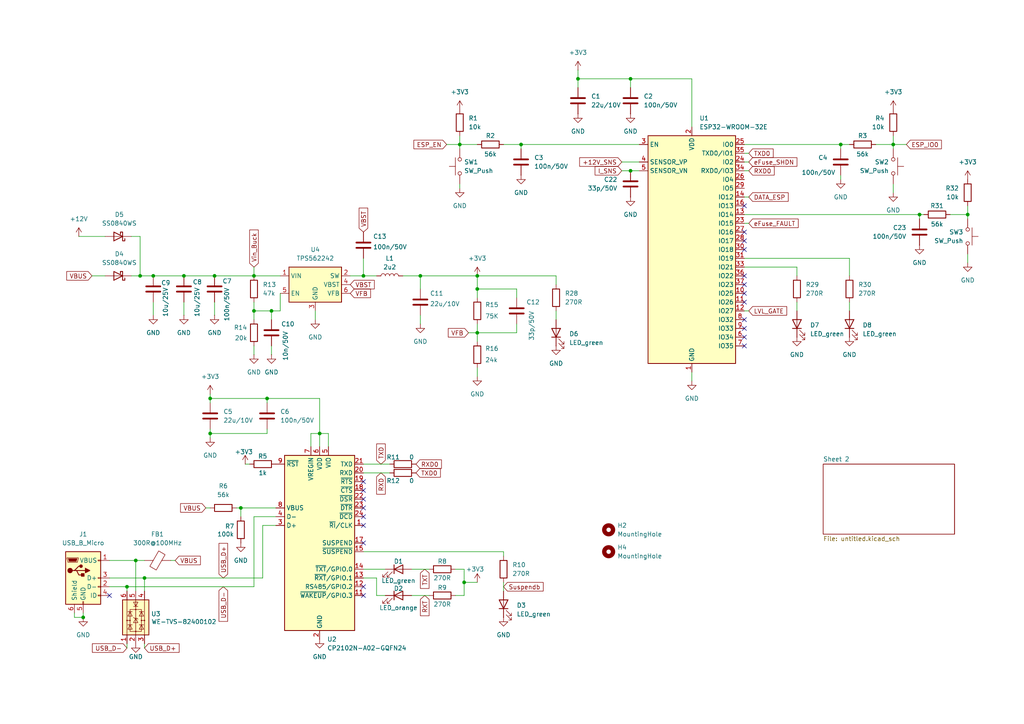
<source format=kicad_sch>
(kicad_sch (version 20231120) (generator "eeschema") (generator_version "8.0")
  (paper "A4")
  (lib_symbols
    (symbol "Connector:USB_B_Micro" (pin_names (offset 1.016))
      (property "Reference" "J" (at -5.08 11.43 0))
      (property "Value" "USB_B_Micro" (at -5.08 8.89 0))
      (symbol "USB_B_Micro_1_1"
        (pin power_out line (at 7.62 5.08 180) (length 2.54) (name "VBUS") (number "1"))
        (pin bidirectional line (at 7.62 -2.54 180) (length 2.54) (name "D-") (number "2"))
        (pin bidirectional line (at 7.62 0 180) (length 2.54) (name "D+") (number "3"))
        (pin passive line (at 7.62 -5.08 180) (length 2.54) (name "ID") (number "4"))
        (pin power_out line (at 0 -10.16 90) (length 2.54) (name "GND") (number "5"))
        (pin passive line (at -2.54 -10.16 90) (length 2.54) (name "Shield") (number "6"))
      )
    )
    (symbol "Device:C" (pin_numbers hide) (pin_names (offset 0.254))
      (property "Reference" "C" (at 0.635 2.54 0))
      (property "Value" "C" (at 0.635 -2.54 0))
      (symbol "C_1_1"
        (pin passive line (at 0 3.81 270) (length 2.794) (name "~") (number "1"))
        (pin passive line (at 0 -3.81 90) (length 2.794) (name "~") (number "2"))
      )
    )
    (symbol "Device:D_Schottky" (pin_numbers hide) (pin_names (offset 1.016) hide)
      (property "Reference" "D" (at 0 2.54 0))
      (property "Value" "D_Schottky" (at 0 -2.54 0))
      (symbol "D_Schottky_1_1"
        (pin passive line (at -3.81 0 0) (length 2.54) (name "K") (number "1"))
        (pin passive line (at 3.81 0 180) (length 2.54) (name "A") (number "2"))
      )
    )
    (symbol "Device:FerriteBead" (pin_numbers hide) (pin_names (offset 0))
      (property "Reference" "FB" (at -3.81 0.635 90))
      (property "Value" "FerriteBead" (at 3.81 0 90))
      (symbol "FerriteBead_1_1"
        (pin passive line (at 0 3.81 270) (length 2.54) (name "~") (number "1"))
        (pin passive line (at 0 -3.81 90) (length 2.54) (name "~") (number "2"))
      )
    )
    (symbol "Device:L" (pin_numbers hide) (pin_names (offset 1.016) hide)
      (property "Reference" "L" (at -1.27 0 90))
      (property "Value" "L" (at 1.905 0 90))
      (symbol "L_1_1"
        (pin passive line (at 0 3.81 270) (length 1.27) (name "1") (number "1"))
        (pin passive line (at 0 -3.81 90) (length 1.27) (name "2") (number "2"))
      )
    )
    (symbol "Device:LED" (pin_numbers hide) (pin_names (offset 1.016) hide)
      (property "Reference" "D" (at 0 2.54 0))
      (property "Value" "LED" (at 0 -2.54 0))
      (symbol "LED_1_1"
        (pin passive line (at -3.81 0 0) (length 2.54) (name "K") (number "1"))
        (pin passive line (at 3.81 0 180) (length 2.54) (name "A") (number "2"))
      )
    )
    (symbol "Device:R" (pin_numbers hide) (pin_names (offset 0))
      (property "Reference" "R" (at 2.032 0 90))
      (property "Value" "R" (at 0 0 90))
      (symbol "R_1_1"
        (pin passive line (at 0 3.81 270) (length 1.27) (name "~") (number "1"))
        (pin passive line (at 0 -3.81 90) (length 1.27) (name "~") (number "2"))
      )
    )
    (symbol "Interface_USB:CP2102N-Axx-xQFN24"
      (property "Reference" "U" (at -8.89 26.67 0))
      (property "Value" "CP2102N-Axx-xQFN24" (at 13.97 26.67 0))
      (symbol "CP2102N-Axx-xQFN24_1_1"
        (pin bidirectional line (at 12.7 5.08 180) (length 2.54) (name "~{RI}/CLK") (number "1"))
        (pin no_connect line (at -10.16 -22.86 0) (length 2.54) hide (name "NC") (number "10"))
        (pin bidirectional line (at 12.7 -15.24 180) (length 2.54) (name "~{WAKEUP}/GPIO.3") (number "11"))
        (pin bidirectional line (at 12.7 -12.7 180) (length 2.54) (name "RS485/GPIO.2") (number "12"))
        (pin bidirectional line (at 12.7 -10.16 180) (length 2.54) (name "~{RXT}/GPIO.1") (number "13"))
        (pin bidirectional line (at 12.7 -7.62 180) (length 2.54) (name "~{TXT}/GPIO.0") (number "14"))
        (pin output line (at 12.7 -2.54 180) (length 2.54) (name "~{SUSPEND}") (number "15"))
        (pin no_connect line (at 10.16 -22.86 180) (length 2.54) hide (name "NC") (number "16"))
        (pin output line (at 12.7 0 180) (length 2.54) (name "SUSPEND") (number "17"))
        (pin input line (at 12.7 15.24 180) (length 2.54) (name "~{CTS}") (number "18"))
        (pin output line (at 12.7 17.78 180) (length 2.54) (name "~{RTS}") (number "19"))
        (pin power_in line (at 0 -27.94 90) (length 2.54) (name "GND") (number "2"))
        (pin input line (at 12.7 20.32 180) (length 2.54) (name "RXD") (number "20"))
        (pin output line (at 12.7 22.86 180) (length 2.54) (name "TXD") (number "21"))
        (pin input line (at 12.7 12.7 180) (length 2.54) (name "~{DSR}") (number "22"))
        (pin output line (at 12.7 10.16 180) (length 2.54) (name "~{DTR}") (number "23"))
        (pin input line (at 12.7 7.62 180) (length 2.54) (name "~{DCD}") (number "24"))
        (pin passive line (at 0 -27.94 90) (length 2.54) hide (name "GND") (number "25"))
        (pin bidirectional line (at -12.7 5.08 0) (length 2.54) (name "D+") (number "3"))
        (pin bidirectional line (at -12.7 7.62 0) (length 2.54) (name "D-") (number "4"))
        (pin power_in line (at 2.54 27.94 270) (length 2.54) (name "VIO") (number "5"))
        (pin power_in line (at 0 27.94 270) (length 2.54) (name "VDD") (number "6"))
        (pin power_in line (at -2.54 27.94 270) (length 2.54) (name "VREGIN") (number "7"))
        (pin input line (at -12.7 10.16 0) (length 2.54) (name "VBUS") (number "8"))
        (pin input line (at -12.7 22.86 0) (length 2.54) (name "~{RST}") (number "9"))
      )
    )
    (symbol "Mechanical:MountingHole" (pin_names (offset 1.016)) (exclude_from_sim yes) (in_bom no)
      (property "Reference" "H" (at 0 5.08 0))
      (property "Value" "MountingHole" (at 0 3.175 0))
    )
    (symbol "Power_Protection:WE-TVS-82400102"
      (property "Reference" "U" (at 0 7.62 0))
      (property "Value" "WE-TVS-82400102" (at 0 5.08 0))
      (symbol "WE-TVS-82400102_1_1"
        (pin passive line (at -7.62 2.54 0) (length 2.54) (name "~") (number "1"))
        (pin passive line (at -7.62 0 0) (length 2.54) (name "~") (number "2"))
        (pin passive line (at -7.62 -2.54 0) (length 2.54) (name "~") (number "3"))
        (pin passive line (at 7.62 -2.54 180) (length 2.54) (name "~") (number "4"))
        (pin passive line (at 7.62 0 180) (length 2.54) (name "~") (number "5"))
        (pin passive line (at 7.62 2.54 180) (length 2.54) (name "~") (number "6"))
      )
    )
    (symbol "RF_Module:ESP32-WROOM-32E"
      (property "Reference" "U" (at -12.7 34.29 0))
      (property "Value" "ESP32-WROOM-32E" (at 1.27 34.29 0))
      (symbol "ESP32-WROOM-32E_1_1"
        (pin power_in line (at 0 -35.56 90) (length 2.54) (name "GND") (number "1"))
        (pin bidirectional line (at 15.24 -12.7 180) (length 2.54) (name "IO25") (number "10"))
        (pin bidirectional line (at 15.24 -15.24 180) (length 2.54) (name "IO26") (number "11"))
        (pin bidirectional line (at 15.24 -17.78 180) (length 2.54) (name "IO27") (number "12"))
        (pin bidirectional line (at 15.24 10.16 180) (length 2.54) (name "IO14") (number "13"))
        (pin bidirectional line (at 15.24 15.24 180) (length 2.54) (name "IO12") (number "14"))
        (pin passive line (at 0 -35.56 90) (length 2.54) hide (name "GND") (number "15"))
        (pin bidirectional line (at 15.24 12.7 180) (length 2.54) (name "IO13") (number "16"))
        (pin no_connect line (at -12.7 -5.08 0) (length 2.54) hide (name "NC") (number "17"))
        (pin no_connect line (at -12.7 -7.62 0) (length 2.54) hide (name "NC") (number "18"))
        (pin no_connect line (at -12.7 -12.7 0) (length 2.54) hide (name "NC") (number "19"))
        (pin power_in line (at 0 35.56 270) (length 2.54) (name "VDD") (number "2"))
        (pin no_connect line (at -12.7 -10.16 0) (length 2.54) hide (name "NC") (number "20"))
        (pin no_connect line (at -12.7 0 0) (length 2.54) hide (name "NC") (number "21"))
        (pin no_connect line (at -12.7 -2.54 0) (length 2.54) hide (name "NC") (number "22"))
        (pin bidirectional line (at 15.24 7.62 180) (length 2.54) (name "IO15") (number "23"))
        (pin bidirectional line (at 15.24 25.4 180) (length 2.54) (name "IO2") (number "24"))
        (pin bidirectional line (at 15.24 30.48 180) (length 2.54) (name "IO0") (number "25"))
        (pin bidirectional line (at 15.24 20.32 180) (length 2.54) (name "IO4") (number "26"))
        (pin bidirectional line (at 15.24 5.08 180) (length 2.54) (name "IO16") (number "27"))
        (pin bidirectional line (at 15.24 2.54 180) (length 2.54) (name "IO17") (number "28"))
        (pin bidirectional line (at 15.24 17.78 180) (length 2.54) (name "IO5") (number "29"))
        (pin input line (at -15.24 30.48 0) (length 2.54) (name "EN") (number "3"))
        (pin bidirectional line (at 15.24 0 180) (length 2.54) (name "IO18") (number "30"))
        (pin bidirectional line (at 15.24 -2.54 180) (length 2.54) (name "IO19") (number "31"))
        (pin no_connect line (at -12.7 -27.94 0) (length 2.54) hide (name "NC") (number "32"))
        (pin bidirectional line (at 15.24 -5.08 180) (length 2.54) (name "IO21") (number "33"))
        (pin bidirectional line (at 15.24 22.86 180) (length 2.54) (name "RXD0/IO3") (number "34"))
        (pin bidirectional line (at 15.24 27.94 180) (length 2.54) (name "TXD0/IO1") (number "35"))
        (pin bidirectional line (at 15.24 -7.62 180) (length 2.54) (name "IO22") (number "36"))
        (pin bidirectional line (at 15.24 -10.16 180) (length 2.54) (name "IO23") (number "37"))
        (pin passive line (at 0 -35.56 90) (length 2.54) hide (name "GND") (number "38"))
        (pin passive line (at 0 -35.56 90) (length 2.54) hide (name "GND") (number "39"))
        (pin input line (at -15.24 25.4 0) (length 2.54) (name "SENSOR_VP") (number "4"))
        (pin input line (at -15.24 22.86 0) (length 2.54) (name "SENSOR_VN") (number "5"))
        (pin input line (at 15.24 -25.4 180) (length 2.54) (name "IO34") (number "6"))
        (pin input line (at 15.24 -27.94 180) (length 2.54) (name "IO35") (number "7"))
        (pin bidirectional line (at 15.24 -20.32 180) (length 2.54) (name "IO32") (number "8"))
        (pin bidirectional line (at 15.24 -22.86 180) (length 2.54) (name "IO33") (number "9"))
      )
    )
    (symbol "Regulator_Switching:TPS562202"
      (property "Reference" "U" (at -7.62 6.35 0))
      (property "Value" "TPS562202" (at -2.54 6.35 0))
      (symbol "TPS562202_1_1"
        (pin power_in line (at -10.16 2.54 0) (length 2.54) (name "VIN") (number "1"))
        (pin output line (at 10.16 2.54 180) (length 2.54) (name "SW") (number "2"))
        (pin power_in line (at 0 -7.62 90) (length 2.54) (name "GND") (number "3"))
        (pin passive line (at 10.16 0 180) (length 2.54) (name "VBST") (number "4"))
        (pin input line (at -10.16 -2.54 0) (length 2.54) (name "EN") (number "5"))
        (pin input line (at 10.16 -2.54 180) (length 2.54) (name "VFB") (number "6"))
      )
    )
    (symbol "Switch:SW_Push" (pin_numbers hide) (pin_names (offset 1.016) hide)
      (property "Reference" "SW" (at 1.27 2.54 0))
      (property "Value" "SW_Push" (at 0 -1.524 0))
      (symbol "SW_Push_0_1"
        (pin passive line (at -5.08 0 0) (length 2.54) (name "1") (number "1"))
        (pin passive line (at 5.08 0 180) (length 2.54) (name "2") (number "2"))
      )
    )
    (symbol "power:+3.3V" (power) (pin_numbers hide) (pin_names (offset 0) hide)
      (property "Value" "+3.3V" (at 0 3.556 0))
      (symbol "+3.3V_1_1"
        (pin power_in line (at 0 0 90) (length 0) (name "~") (number "1"))
      )
    )
    (symbol "power:+3V3" (power) (pin_numbers hide) (pin_names (offset 0) hide)
      (property "Value" "+3V3" (at 0 3.556 0))
      (symbol "+3V3_1_1"
        (pin power_in line (at 0 0 90) (length 0) (name "~") (number "1"))
      )
    )
    (symbol "power:GND" (power) (pin_numbers hide) (pin_names (offset 0) hide)
      (property "Value" "GND" (at 0 -3.81 0))
      (symbol "GND_1_1"
        (pin power_in line (at 0 0 270) (length 0) (name "~") (number "1"))
      )
    )
  )
  (junction (at 138.43 96.52))
  (junction (at 243.84 41.91))
  (junction (at 138.43 80.01))
  (junction (at 134.62 168.91))
  (junction (at 62.23 80.01))
  (junction (at 41.91 167.64))
  (junction (at 40.64 80.01))
  (junction (at 280.67 62.23))
  (junction (at 53.34 80.01))
  (junction (at 121.92 80.01))
  (junction (at 36.83 170.18))
  (junction (at 77.47 115.57))
  (junction (at 60.96 125.73))
  (junction (at 92.71 125.73))
  (junction (at 266.7 62.23))
  (junction (at 44.45 80.01))
  (junction (at 24.13 179.07))
  (junction (at 105.41 80.01))
  (junction (at 167.64 22.86))
  (junction (at 60.96 115.57))
  (junction (at 138.43 83.82))
  (junction (at 78.74 90.17))
  (junction (at 182.88 49.53))
  (junction (at 73.66 80.01))
  (junction (at 133.35 41.91))
  (junction (at 182.88 22.86))
  (junction (at 69.85 147.32))
  (junction (at 73.66 90.17))
  (junction (at 259.08 41.91))
  (junction (at 151.13 41.91))
  (junction (at 39.37 162.56))
  (no_connect (at 215.9 92.71))
  (no_connect (at 105.41 139.7))
  (no_connect (at 215.9 80.01))
  (no_connect (at 105.41 172.72))
  (no_connect (at -40.64 170.18))
  (no_connect (at 215.9 67.31))
  (no_connect (at 215.9 59.69))
  (no_connect (at 215.9 85.09))
  (no_connect (at 105.41 152.4))
  (no_connect (at 215.9 72.39))
  (no_connect (at 215.9 100.33))
  (no_connect (at 215.9 69.85))
  (no_connect (at 105.41 149.86))
  (no_connect (at 105.41 157.48))
  (no_connect (at 105.41 144.78))
  (no_connect (at 215.9 97.79))
  (no_connect (at 31.75 172.72))
  (no_connect (at 215.9 95.25))
  (no_connect (at 215.9 82.55))
  (no_connect (at 105.41 142.24))
  (no_connect (at 105.41 147.32))
  (no_connect (at 215.9 87.63))
  (no_connect (at 105.41 170.18))
  (wire (pts (xy 105.41 137.16) (xy 113.03 137.16)))
  (wire (pts (xy 92.71 115.57) (xy 92.71 125.73)))
  (wire (pts (xy 105.41 134.62) (xy 113.03 134.62)))
  (wire (pts (xy 92.71 125.73) (xy 92.71 129.54)))
  (wire (pts (xy 21.59 177.8) (xy 21.59 179.07)))
  (wire (pts (xy 60.96 114.3) (xy 60.96 115.57)))
  (wire (pts (xy 60.96 115.57) (xy 60.96 116.84)))
  (wire (pts (xy 59.69 147.32) (xy 60.96 147.32)))
  (wire (pts (xy 215.9 57.15) (xy 217.17 57.15)))
  (wire (pts (xy 259.08 39.37) (xy 259.08 41.91)))
  (wire (pts (xy 105.41 74.93) (xy 105.41 80.01)))
  (wire (pts (xy 40.64 80.01) (xy 44.45 80.01)))
  (wire (pts (xy 259.08 41.91) (xy 254 41.91)))
  (wire (pts (xy 124.46 172.72) (xy 119.38 172.72)))
  (wire (pts (xy 280.67 73.66) (xy 280.67 76.2)))
  (wire (pts (xy 73.66 149.86) (xy 80.01 149.86)))
  (wire (pts (xy 24.13 177.8) (xy 24.13 179.07)))
  (wire (pts (xy 161.29 92.71) (xy 161.29 90.17)))
  (wire (pts (xy 133.35 53.34) (xy 133.35 54.61)))
  (wire (pts (xy 259.08 53.34) (xy 259.08 55.88)))
  (wire (pts (xy 138.43 96.52) (xy 138.43 99.06)))
  (wire (pts (xy 36.83 187.96) (xy 36.83 186.69)))
  (wire (pts (xy 217.17 64.77) (xy 215.9 64.77)))
  (wire (pts (xy 76.2 167.64) (xy 76.2 152.4)))
  (wire (pts (xy 78.74 90.17) (xy 73.66 90.17)))
  (wire (pts (xy 53.34 87.63) (xy 53.34 91.44)))
  (wire (pts (xy 39.37 162.56) (xy 39.37 171.45)))
  (wire (pts (xy 267.97 62.23) (xy 266.7 62.23)))
  (wire (pts (xy 36.83 170.18) (xy 31.75 170.18)))
  (wire (pts (xy 134.62 168.91) (xy 138.43 168.91)))
  (wire (pts (xy 280.67 62.23) (xy 275.59 62.23)))
  (wire (pts (xy 38.1 80.01) (xy 40.64 80.01)))
  (wire (pts (xy 182.88 22.86) (xy 182.88 25.4)))
  (wire (pts (xy 73.66 87.63) (xy 73.66 90.17)))
  (wire (pts (xy 180.34 46.99) (xy 185.42 46.99)))
  (wire (pts (xy 31.75 162.56) (xy 39.37 162.56)))
  (wire (pts (xy 73.66 80.01) (xy 81.28 80.01)))
  (wire (pts (xy 200.66 22.86) (xy 200.66 36.83)))
  (wire (pts (xy 121.92 91.44) (xy 121.92 93.98)))
  (wire (pts (xy 129.54 41.91) (xy 133.35 41.91)))
  (wire (pts (xy 246.38 74.93) (xy 246.38 80.01)))
  (wire (pts (xy 138.43 106.68) (xy 138.43 109.22)))
  (wire (pts (xy 167.64 22.86) (xy 182.88 22.86)))
  (wire (pts (xy 280.67 62.23) (xy 280.67 63.5)))
  (wire (pts (xy 132.08 165.1) (xy 134.62 165.1)))
  (wire (pts (xy 60.96 115.57) (xy 77.47 115.57)))
  (wire (pts (xy 133.35 39.37) (xy 133.35 41.91)))
  (wire (pts (xy 182.88 49.53) (xy 185.42 49.53)))
  (wire (pts (xy 39.37 162.56) (xy 41.91 162.56)))
  (wire (pts (xy 151.13 41.91) (xy 151.13 43.18)))
  (wire (pts (xy 217.17 90.17) (xy 215.9 90.17)))
  (wire (pts (xy 60.96 125.73) (xy 60.96 127)))
  (wire (pts (xy 138.43 80.01) (xy 138.43 83.82)))
  (wire (pts (xy 31.75 167.64) (xy 41.91 167.64)))
  (wire (pts (xy 146.05 171.45) (xy 146.05 168.91)))
  (wire (pts (xy 215.9 77.47) (xy 231.14 77.47)))
  (wire (pts (xy 40.64 68.58) (xy 40.64 80.01)))
  (wire (pts (xy 68.58 147.32) (xy 69.85 147.32)))
  (wire (pts (xy 62.23 80.01) (xy 73.66 80.01)))
  (wire (pts (xy 69.85 147.32) (xy 69.85 149.86)))
  (wire (pts (xy 151.13 41.91) (xy 185.42 41.91)))
  (wire (pts (xy 69.85 147.32) (xy 80.01 147.32)))
  (wire (pts (xy 73.66 77.47) (xy 73.66 80.01)))
  (wire (pts (xy 62.23 87.63) (xy 62.23 91.44)))
  (wire (pts (xy 149.86 93.98) (xy 149.86 96.52)))
  (wire (pts (xy 124.46 165.1) (xy 119.38 165.1)))
  (wire (pts (xy 262.89 41.91) (xy 259.08 41.91)))
  (wire (pts (xy 215.9 62.23) (xy 266.7 62.23)))
  (wire (pts (xy 77.47 115.57) (xy 77.47 116.84)))
  (wire (pts (xy 215.9 46.99) (xy 217.17 46.99)))
  (wire (pts (xy 78.74 90.17) (xy 78.74 92.71)))
  (wire (pts (xy 121.92 80.01) (xy 121.92 83.82)))
  (wire (pts (xy 21.59 179.07) (xy 24.13 179.07)))
  (wire (pts (xy 36.83 170.18) (xy 73.66 170.18)))
  (wire (pts (xy 44.45 87.63) (xy 44.45 91.44)))
  (wire (pts (xy 78.74 100.33) (xy 78.74 102.87)))
  (wire (pts (xy 105.41 80.01) (xy 109.22 80.01)))
  (wire (pts (xy 146.05 41.91) (xy 151.13 41.91)))
  (wire (pts (xy 182.88 22.86) (xy 200.66 22.86)))
  (wire (pts (xy 134.62 168.91) (xy 134.62 165.1)))
  (wire (pts (xy 138.43 83.82) (xy 138.43 86.36)))
  (wire (pts (xy 246.38 90.17) (xy 246.38 87.63)))
  (wire (pts (xy 53.34 80.01) (xy 62.23 80.01)))
  (wire (pts (xy 91.44 90.17) (xy 91.44 92.71)))
  (wire (pts (xy 231.14 77.47) (xy 231.14 80.01)))
  (wire (pts (xy 73.66 100.33) (xy 73.66 102.87)))
  (wire (pts (xy 246.38 41.91) (xy 243.84 41.91)))
  (wire (pts (xy 146.05 161.29) (xy 146.05 160.02)))
  (wire (pts (xy 167.64 22.86) (xy 167.64 25.4)))
  (wire (pts (xy 95.25 129.54) (xy 95.25 125.73)))
  (wire (pts (xy 81.28 90.17) (xy 78.74 90.17)))
  (wire (pts (xy 135.89 96.52) (xy 138.43 96.52)))
  (wire (pts (xy 161.29 80.01) (xy 161.29 82.55)))
  (wire (pts (xy 41.91 187.96) (xy 41.91 186.69)))
  (wire (pts (xy 243.84 41.91) (xy 243.84 43.18)))
  (wire (pts (xy 77.47 124.46) (xy 77.47 125.73)))
  (wire (pts (xy 133.35 41.91) (xy 138.43 41.91)))
  (wire (pts (xy 138.43 93.98) (xy 138.43 96.52)))
  (wire (pts (xy 231.14 90.17) (xy 231.14 87.63)))
  (wire (pts (xy 22.86 68.58) (xy 30.48 68.58)))
  (wire (pts (xy 121.92 80.01) (xy 138.43 80.01)))
  (wire (pts (xy 38.1 68.58) (xy 40.64 68.58)))
  (wire (pts (xy 243.84 50.8) (xy 243.84 52.07)))
  (wire (pts (xy 180.34 49.53) (xy 182.88 49.53)))
  (wire (pts (xy 133.35 41.91) (xy 133.35 43.18)))
  (wire (pts (xy 49.53 162.56) (xy 50.8 162.56)))
  (wire (pts (xy 90.17 125.73) (xy 92.71 125.73)))
  (wire (pts (xy 105.41 167.64) (xy 109.22 167.64)))
  (wire (pts (xy 149.86 86.36) (xy 149.86 83.82)))
  (wire (pts (xy 36.83 170.18) (xy 36.83 171.45)))
  (wire (pts (xy 215.9 44.45) (xy 217.17 44.45)))
  (wire (pts (xy 134.62 172.72) (xy 134.62 168.91)))
  (wire (pts (xy 215.9 74.93) (xy 246.38 74.93)))
  (wire (pts (xy 81.28 85.09) (xy 81.28 90.17)))
  (wire (pts (xy 132.08 172.72) (xy 134.62 172.72)))
  (wire (pts (xy 215.9 41.91) (xy 243.84 41.91)))
  (wire (pts (xy 71.12 134.62) (xy 72.39 134.62)))
  (wire (pts (xy 149.86 83.82) (xy 138.43 83.82)))
  (wire (pts (xy 44.45 80.01) (xy 53.34 80.01)))
  (wire (pts (xy 109.22 167.64) (xy 109.22 172.72)))
  (wire (pts (xy 41.91 167.64) (xy 41.91 171.45)))
  (wire (pts (xy 259.08 41.91) (xy 259.08 43.18)))
  (wire (pts (xy 280.67 59.69) (xy 280.67 62.23)))
  (wire (pts (xy 138.43 80.01) (xy 161.29 80.01)))
  (wire (pts (xy 77.47 115.57) (xy 92.71 115.57)))
  (wire (pts (xy 73.66 170.18) (xy 73.66 149.86)))
  (wire (pts (xy 167.64 22.86) (xy 167.64 20.32)))
  (wire (pts (xy 116.84 80.01) (xy 121.92 80.01)))
  (wire (pts (xy 266.7 62.23) (xy 266.7 63.5)))
  (wire (pts (xy 73.66 90.17) (xy 73.66 92.71)))
  (wire (pts (xy 41.91 167.64) (xy 76.2 167.64)))
  (wire (pts (xy 101.6 80.01) (xy 105.41 80.01)))
  (wire (pts (xy 149.86 96.52) (xy 138.43 96.52)))
  (wire (pts (xy 109.22 172.72) (xy 111.76 172.72)))
  (wire (pts (xy 90.17 129.54) (xy 90.17 125.73)))
  (wire (pts (xy 105.41 165.1) (xy 111.76 165.1)))
  (wire (pts (xy 26.67 80.01) (xy 30.48 80.01)))
  (wire (pts (xy 60.96 124.46) (xy 60.96 125.73)))
  (wire (pts (xy 200.66 107.95) (xy 200.66 110.49)))
  (wire (pts (xy 215.9 49.53) (xy 217.17 49.53)))
  (wire (pts (xy 77.47 125.73) (xy 60.96 125.73)))
  (wire (pts (xy 105.41 160.02) (xy 146.05 160.02)))
  (wire (pts (xy 95.25 125.73) (xy 92.71 125.73)))
  (wire (pts (xy 76.2 152.4) (xy 80.01 152.4)))
  (global_label "eFuse_FAULT" (shape input) (at 217.17 64.77 0) (property "Intersheetrefs" "${INTERSHEET_REFS}" (effects (hide yes))))
  (global_label "RXD" (shape input) (at 110.49 137.16 270) (property "Intersheetrefs" "${INTERSHEET_REFS}" (effects (hide yes))))
  (global_label "+12V_SNS" (shape input) (at 180.34 46.99 180) (property "Intersheetrefs" "${INTERSHEET_REFS}" (effects (hide yes))))
  (global_label "Suspendb" (shape input) (at 146.05 170.18 0) (property "Intersheetrefs" "${INTERSHEET_REFS}" (effects (hide yes))))
  (global_label "ESP_IO0" (shape input) (at 262.89 41.91 0) (property "Intersheetrefs" "${INTERSHEET_REFS}" (effects (hide yes))))
  (global_label "ESP_EN" (shape input) (at 129.54 41.91 180) (property "Intersheetrefs" "${INTERSHEET_REFS}" (effects (hide yes))))
  (global_label "TXD" (shape input) (at 110.49 134.62 90) (property "Intersheetrefs" "${INTERSHEET_REFS}" (effects (hide yes))))
  (global_label "TXD0" (shape input) (at 120.65 137.16 0) (property "Intersheetrefs" "${INTERSHEET_REFS}" (effects (hide yes))))
  (global_label "TXT" (shape input) (at 123.19 165.1 270) (property "Intersheetrefs" "${INTERSHEET_REFS}" (effects (hide yes))))
  (global_label "RXT" (shape input) (at 123.19 172.72 270) (property "Intersheetrefs" "${INTERSHEET_REFS}" (effects (hide yes))))
  (global_label "VBUS" (shape input) (at 50.8 162.56 0) (property "Intersheetrefs" "${INTERSHEET_REFS}" (effects (hide yes))))
  (global_label "DATA_ESP" (shape input) (at 217.17 57.15 0) (property "Intersheetrefs" "${INTERSHEET_REFS}" (effects (hide yes))))
  (global_label "TXD0" (shape input) (at 217.17 44.45 0) (property "Intersheetrefs" "${INTERSHEET_REFS}" (effects (hide yes))))
  (global_label "VFB" (shape input) (at 135.89 96.52 180) (property "Intersheetrefs" "${INTERSHEET_REFS}" (effects (hide yes))))
  (global_label "eFuse_SHDN" (shape input) (at 217.17 46.99 0) (property "Intersheetrefs" "${INTERSHEET_REFS}" (effects (hide yes))))
  (global_label "USB_D-" (shape input) (at 64.77 170.18 270) (property "Intersheetrefs" "${INTERSHEET_REFS}" (effects (hide yes))))
  (global_label "I_SNS" (shape input) (at 180.34 49.53 180) (property "Intersheetrefs" "${INTERSHEET_REFS}" (effects (hide yes))))
  (global_label "LVL_GATE" (shape input) (at 217.17 90.17 0) (property "Intersheetrefs" "${INTERSHEET_REFS}" (effects (hide yes))))
  (global_label "VBST" (shape input) (at 105.41 67.31 90) (property "Intersheetrefs" "${INTERSHEET_REFS}" (effects (hide yes))))
  (global_label "VBUS" (shape input) (at 26.67 80.01 180) (property "Intersheetrefs" "${INTERSHEET_REFS}" (effects (hide yes))))
  (global_label "VBST" (shape input) (at 101.6 82.55 0) (property "Intersheetrefs" "${INTERSHEET_REFS}" (effects (hide yes))))
  (global_label "VFB" (shape input) (at 101.6 85.09 0) (property "Intersheetrefs" "${INTERSHEET_REFS}" (effects (hide yes))))
  (global_label "USB_D+" (shape input) (at 64.77 167.64 90) (property "Intersheetrefs" "${INTERSHEET_REFS}" (effects (hide yes))))
  (global_label "RXD0" (shape input) (at 217.17 49.53 0) (property "Intersheetrefs" "${INTERSHEET_REFS}" (effects (hide yes))))
  (global_label "RXD0" (shape input) (at 120.65 134.62 0) (property "Intersheetrefs" "${INTERSHEET_REFS}" (effects (hide yes))))
  (global_label "USB_D+" (shape input) (at 41.91 187.96 0) (property "Intersheetrefs" "${INTERSHEET_REFS}" (effects (hide yes))))
  (global_label "Vin_Buck" (shape input) (at 73.66 77.47 90) (property "Intersheetrefs" "${INTERSHEET_REFS}" (effects (hide yes))))
  (global_label "VBUS" (shape input) (at 59.69 147.32 180) (property "Intersheetrefs" "${INTERSHEET_REFS}" (effects (hide yes))))
  (global_label "USB_D-" (shape input) (at 36.83 187.96 180) (property "Intersheetrefs" "${INTERSHEET_REFS}" (effects (hide yes))))
  (symbol (lib_id "Device:R") (at 146.05 165.1 0) (unit 1)
    (property "Reference" "R10" (at 148.59 163.8299 0) (effects (justify left)))
    (property "Value" "270R" (at 148.59 166.3699 0) (effects (justify left)))
    (property "Footprint" "Resistor_SMD:R_0603_1608Metric" (effects (hide yes)))
    (property "Description" "Resistor" (effects (hide yes)))
    (property "ID" "s.nikoubin" (effects (hide yes)))
  )
  (symbol (lib_id "Device:C") (at 44.45 83.82 0) (unit 1)
    (property "Reference" "C9" (at 46.736 82.042 0) (effects (justify left)))
    (property "Value" "10u/25V" (at 48.006 91.948 90) (effects (justify left)))
    (property "Footprint" "Capacitor_SMD:C_1206_3216Metric" (effects (hide yes)))
    (property "Description" "Unpolarized capacitor" (effects (hide yes)))
    (property "ID" "s.nikoubin" (effects (hide yes)))
  )
  (symbol (lib_id "power:GND") (at 200.66 110.49 0) (unit 1)
    (property "Reference" "#PWR07" (effects (hide yes)))
    (property "Value" "GND" (at 200.66 115.57 0))
    (property "Description" "Power symbol creates a global label with name \"GND\" , ground" (effects (hide yes)))
  )
  (symbol (lib_id "RF_Module:ESP32-WROOM-32E") (at 200.66 72.39 0) (unit 1)
    (property "Reference" "U1" (at 202.8541 34.29 0) (effects (justify left)))
    (property "Value" "ESP32-WROOM-32E" (at 202.8541 36.83 0) (effects (justify left)))
    (property "Footprint" "RF_Module:ESP32-WROOM-32D" (effects (hide yes)))
    (property "Datasheet" "https://www.espressif.com/sites/default/files/documentation/esp32-wroom-32e_esp32-wroom-32ue_datasheet_en.pdf" (effects (hide yes)))
    (property "Description" "RF Module, ESP32-D0WD-V3 SoC, without PSRAM, Wi-Fi 802.11b/g/n, Bluetooth, BLE, 32-bit, 2.7-3.6V, onboard antenna, SMD" (effects (hide yes)))
    (property "ID" "s.nikoubin" (effects (hide yes)))
  )
  (symbol (lib_id "power:+3.3V") (at 259.08 31.75 0) (mirror y) (unit 1)
    (property "Reference" "#PWR09" (effects (hide yes)))
    (property "Value" "+3V3" (at 259.08 26.67 0))
    (property "Description" "Power symbol creates a global label with name \"+3.3V\"" (effects (hide yes)))
  )
  (symbol (lib_id "power:GND") (at 73.66 102.87 0) (unit 1)
    (property "Reference" "#PWR020" (effects (hide yes)))
    (property "Value" "GND" (at 73.66 107.95 0))
    (property "Description" "Power symbol creates a global label with name \"GND\" , ground" (effects (hide yes)))
  )
  (symbol (lib_id "Device:R") (at 246.38 83.82 0) (unit 1)
    (property "Reference" "R30" (at 248.92 82.5499 0) (effects (justify left)))
    (property "Value" "270R" (at 248.92 85.0899 0) (effects (justify left)))
    (property "Footprint" "Resistor_SMD:R_0603_1608Metric" (effects (hide yes)))
    (property "Description" "Resistor" (effects (hide yes)))
    (property "ID" "s.nikoubin" (effects (hide yes)))
  )
  (symbol (lib_id "power:GND") (at 133.35 54.61 0) (unit 1)
    (property "Reference" "#PWR05" (effects (hide yes)))
    (property "Value" "GND" (at 133.35 59.69 0))
    (property "Description" "Power symbol creates a global label with name \"GND\" , ground" (effects (hide yes)))
  )
  (symbol (lib_id "Device:R") (at 73.66 83.82 0) (unit 1)
    (property "Reference" "R13" (at 76.2 82.5499 0) (effects (justify left)))
    (property "Value" "47k" (at 76.2 85.0899 0) (effects (justify left)))
    (property "Footprint" "Resistor_SMD:R_0603_1608Metric" (effects (hide yes)))
    (property "Description" "Resistor" (effects (hide yes)))
    (property "ID" "s.nikoubin" (effects (hide yes)))
  )
  (symbol (lib_id "Device:R") (at 138.43 90.17 0) (unit 1)
    (property "Reference" "R15" (at 140.716 88.392 0) (effects (justify left)))
    (property "Value" "75K" (at 140.716 91.694 0) (effects (justify left)))
    (property "Footprint" "Resistor_SMD:R_0603_1608Metric" (effects (hide yes)))
    (property "Description" "Resistor" (effects (hide yes)))
    (property "ID" "s.nikoubin" (effects (hide yes)))
  )
  (symbol (lib_id "Device:R") (at 259.08 35.56 0) (mirror y) (unit 1)
    (property "Reference" "R4" (at 256.54 34.2899 0) (effects (justify left)))
    (property "Value" "10k" (at 256.54 36.8299 0) (effects (justify left)))
    (property "Footprint" "Resistor_SMD:R_0603_1608Metric" (effects (hide yes)))
    (property "Description" "Resistor" (effects (hide yes)))
    (property "ID" "s.nikoubin" (effects (hide yes)))
  )
  (symbol (lib_id "Interface_USB:CP2102N-Axx-xQFN24") (at 92.71 157.48 0) (unit 1)
    (property "Reference" "U2" (at 94.9041 185.42 0) (effects (justify left)))
    (property "Value" "CP2102N-A02-GQFN24" (at 94.9041 187.96 0) (effects (justify left)))
    (property "Footprint" "Package_DFN_QFN:QFN-24-1EP_4x4mm_P0.5mm_EP2.6x2.6mm" (effects (hide yes)))
    (property "Datasheet" "https://www.silabs.com/documents/public/data-sheets/cp2102n-datasheet.pdf" (effects (hide yes)))
    (property "Description" "USB to UART master bridge, QFN-24" (effects (hide yes)))
    (property "ID" "s.nikoubin" (effects (hide yes)))
    (property "MPN" "634-CP2102NA02GQFN24" (effects (hide yes)))
  )
  (symbol (lib_id "power:GND") (at 91.44 92.71 0) (unit 1)
    (property "Reference" "#PWR045" (effects (hide yes)))
    (property "Value" "GND" (at 91.44 97.79 0))
    (property "Description" "Power symbol creates a global label with name \"GND\" , ground" (effects (hide yes)))
  )
  (symbol (lib_id "Device:R") (at 128.27 172.72 90) (unit 1)
    (property "Reference" "R9" (at 128.27 170.434 90))
    (property "Value" "270R" (at 128.27 175.26 90))
    (property "Footprint" "Resistor_SMD:R_0603_1608Metric" (effects (hide yes)))
    (property "Description" "Resistor" (effects (hide yes)))
    (property "ID" "s.nikoubin" (effects (hide yes)))
  )
  (symbol (lib_id "Device:R") (at 73.66 96.52 0) (unit 1)
    (property "Reference" "R14" (at 67.818 94.996 0) (effects (justify left)))
    (property "Value" "20k" (at 68.072 98.044 0) (effects (justify left)))
    (property "Footprint" "Resistor_SMD:R_0603_1608Metric" (effects (hide yes)))
    (property "Description" "Resistor" (effects (hide yes)))
    (property "ID" "s.nikoubin" (effects (hide yes)))
  )
  (symbol (lib_id "power:GND") (at 182.88 57.15 0) (unit 1)
    (property "Reference" "#PWR046" (effects (hide yes)))
    (property "Value" "GND" (at 182.88 62.23 0))
    (property "Description" "Power symbol creates a global label with name \"GND\" , ground" (effects (hide yes)))
  )
  (symbol (lib_id "Switch:SW_Push") (at 133.35 48.26 90) (unit 1)
    (property "Reference" "SW1" (at 134.62 46.9899 90) (effects (justify right)))
    (property "Value" "SW_Push" (at 134.62 49.5299 90) (effects (justify right)))
    (property "Footprint" "Button_Switch_SMD:SW_Push_1P1T_NO_CK_KMR2" (effects (hide yes)))
    (property "Description" "Push button switch, generic, two pins" (effects (hide yes)))
    (property "MPN" "611-KMR231NGLFS" (effects (hide yes)))
    (property "ID" "s.nikoubin" (effects (hide yes)))
  )
  (symbol (lib_id "power:+3V3") (at 138.43 80.01 0) (unit 1)
    (property "Reference" "#PWR028" (effects (hide yes)))
    (property "Value" "+3V3" (at 138.43 74.93 0))
    (property "Description" "Power symbol creates a global label with name \"+3V3\"" (effects (hide yes)))
  )
  (symbol (lib_id "power:+3.3V") (at 167.64 20.32 0) (unit 1)
    (property "Reference" "#PWR01" (effects (hide yes)))
    (property "Value" "+3V3" (at 167.64 15.24 0))
    (property "Description" "Power symbol creates a global label with name \"+3.3V\"" (effects (hide yes)))
  )
  (symbol (lib_id "power:+3V3") (at 60.96 114.3 0) (unit 1)
    (property "Reference" "#PWR011" (effects (hide yes)))
    (property "Value" "+3V3" (at 60.96 109.22 0))
    (property "Description" "Power symbol creates a global label with name \"+3V3\"" (effects (hide yes)))
  )
  (symbol (lib_id "power:GND") (at 182.88 33.02 0) (unit 1)
    (property "Reference" "#PWR03" (effects (hide yes)))
    (property "Value" "GND" (at 182.88 38.1 0))
    (property "Description" "Power symbol creates a global label with name \"GND\" , ground" (effects (hide yes)))
  )
  (symbol (lib_id "Device:LED") (at 146.05 175.26 90) (unit 1)
    (property "Reference" "D3" (at 149.86 175.5774 90) (effects (justify right)))
    (property "Value" "LED_green" (at 149.86 178.1174 90) (effects (justify right)))
    (property "Footprint" "LED_SMD:LED_0603_1608Metric" (effects (hide yes)))
    (property "Description" "Light emitting diode" (effects (hide yes)))
    (property "ID" "s.nikoubin" (effects (hide yes)))
    (property "MPN" "710-150060VS75000" (effects (hide yes)))
  )
  (symbol (lib_id "power:GND") (at 62.23 91.44 0) (unit 1)
    (property "Reference" "#PWR025" (effects (hide yes)))
    (property "Value" "GND" (at 62.23 96.52 0))
    (property "Description" "Power symbol creates a global label with name \"GND\" , ground" (effects (hide yes)))
  )
  (symbol (lib_id "power:GND") (at 259.08 55.88 0) (mirror y) (unit 1)
    (property "Reference" "#PWR010" (effects (hide yes)))
    (property "Value" "GND" (at 259.08 60.96 0))
    (property "Description" "Power symbol creates a global label with name \"GND\" , ground" (effects (hide yes)))
  )
  (symbol (lib_id "Device:LED") (at 115.57 165.1 0) (unit 1)
    (property "Reference" "D1" (at 115.57 162.814 0))
    (property "Value" "LED_green" (at 115.57 168.402 0))
    (property "Footprint" "LED_SMD:LED_0603_1608Metric" (effects (hide yes)))
    (property "Description" "Light emitting diode" (effects (hide yes)))
    (property "ID" "s.nikoubin" (effects (hide yes)))
    (property "MPN" "710-150060VS75000" (effects (hide yes)))
  )
  (symbol (lib_id "Regulator_Switching:TPS562202") (at 91.44 82.55 0) (unit 1)
    (property "Reference" "U4" (at 91.44 72.39 0))
    (property "Value" "TPS562242" (at 91.44 74.93 0))
    (property "Footprint" "Package_TO_SOT_SMD:SOT-563" (effects (hide yes)))
    (property "Datasheet" "https://www.ti.com/lit/gpn/tps562202" (effects (hide yes)))
    (property "Description" "2A Synchronous Step-Down Voltage Regulator 580kHz, adjustable output voltage, 4.5-17V Input Voltage, 0.804V-7V Output Voltage, SOT-563" (effects (hide yes)))
    (property "MPN" "595-TPS562242DRLR" (effects (hide yes)))
    (property "ID" "s.nikoubin" (effects (hide yes)))
  )
  (symbol (lib_id "Mechanical:MountingHole") (at 176.53 160.02 0) (unit 1) (exclude_from_sim yes)
    (property "Reference" "H4" (at 179.07 158.7499 0) (effects (justify left)))
    (property "Value" "MountingHole" (at 179.07 161.2899 0) (effects (justify left)))
    (property "Footprint" "MountingHole:MountingHole_3.2mm_M3" (effects (hide yes)))
    (property "Description" "Mounting Hole without connection" (effects (hide yes)))
    (property "ID" "s.nikoubin" (effects (hide yes)))
  )
  (symbol (lib_id "power:GND") (at 24.13 179.07 0) (unit 1)
    (property "Reference" "#PWR014" (effects (hide yes)))
    (property "Value" "GND" (at 24.13 184.15 0))
    (property "Description" "Power symbol creates a global label with name \"GND\" , ground" (effects (hide yes)))
  )
  (symbol (lib_id "power:GND") (at 60.96 127 0) (unit 1)
    (property "Reference" "#PWR012" (effects (hide yes)))
    (property "Value" "GND" (at 60.96 132.08 0))
    (property "Description" "Power symbol creates a global label with name \"GND\" , ground" (effects (hide yes)))
  )
  (symbol (lib_id "Device:R") (at 76.2 134.62 90) (unit 1)
    (property "Reference" "R5" (at 76.2 132.334 90))
    (property "Value" "1k" (at 76.2 137.16 90))
    (property "Footprint" "Resistor_SMD:R_0603_1608Metric" (effects (hide yes)))
    (property "Description" "Resistor" (effects (hide yes)))
    (property "ID" "s.nikoubin" (effects (hide yes)))
  )
  (symbol (lib_id "Device:R") (at 138.43 102.87 0) (unit 1)
    (property "Reference" "R16" (at 140.716 101.092 0) (effects (justify left)))
    (property "Value" "24k" (at 140.716 104.394 0) (effects (justify left)))
    (property "Footprint" "Resistor_SMD:R_0603_1608Metric" (effects (hide yes)))
    (property "Description" "Resistor" (effects (hide yes)))
    (property "ID" "s.nikoubin" (effects (hide yes)))
  )
  (symbol (lib_id "Device:R") (at 133.35 35.56 0) (unit 1)
    (property "Reference" "R1" (at 135.89 34.2899 0) (effects (justify left)))
    (property "Value" "10k" (at 135.89 36.8299 0) (effects (justify left)))
    (property "Footprint" "Resistor_SMD:R_0603_1608Metric" (effects (hide yes)))
    (property "Description" "Resistor" (effects (hide yes)))
    (property "ID" "s.nikoubin" (effects (hide yes)))
  )
  (symbol (lib_id "Device:C") (at 78.74 96.52 0) (unit 1)
    (property "Reference" "C10" (at 81.534 93.98 0) (effects (justify left)))
    (property "Value" "10n/50V" (at 82.804 104.648 90) (effects (justify left)))
    (property "Footprint" "Capacitor_SMD:C_1206_3216Metric" (effects (hide yes)))
    (property "Description" "Unpolarized capacitor" (effects (hide yes)))
    (property "ID" "s.nikoubin" (effects (hide yes)))
  )
  (symbol (lib_id "Device:R") (at 116.84 134.62 90) (unit 1)
    (property "Reference" "R11" (at 114.046 132.588 90))
    (property "Value" "0" (at 119.38 132.588 90))
    (property "Footprint" "Resistor_SMD:R_0603_1608Metric" (effects (hide yes)))
    (property "Description" "Resistor" (effects (hide yes)))
    (property "ID" "s.nikoubin" (effects (hide yes)))
  )
  (symbol (lib_id "power:GND") (at 146.05 179.07 0) (unit 1)
    (property "Reference" "#PWR019" (effects (hide yes)))
    (property "Value" "GND" (at 146.05 184.15 0))
    (property "Description" "Power symbol creates a global label with name \"GND\" , ground" (effects (hide yes)))
  )
  (symbol (lib_id "Device:C") (at 121.92 87.63 0) (unit 1)
    (property "Reference" "C11" (at 124.714 85.09 0) (effects (justify left)))
    (property "Value" "22u/10V" (at 124.714 88.138 0) (effects (justify left)))
    (property "Footprint" "Capacitor_SMD:C_1206_3216Metric" (effects (hide yes)))
    (property "Description" "Unpolarized capacitor" (effects (hide yes)))
    (property "ID" "s.nikoubin" (effects (hide yes)))
    (property "MPN" " 81-GRM31CR71A226K15L" (effects (hide yes)))
  )
  (symbol (lib_id "power:GND") (at 44.45 91.44 0) (unit 1)
    (property "Reference" "#PWR023" (effects (hide yes)))
    (property "Value" "GND" (at 44.45 96.52 0))
    (property "Description" "Power symbol creates a global label with name \"GND\" , ground" (effects (hide yes)))
  )
  (symbol (lib_id "Device:D_Schottky") (at 34.29 68.58 180) (unit 1)
    (property "Reference" "D5" (at 34.6075 62.23 0))
    (property "Value" "SS0840WS" (at 34.6075 64.77 0))
    (property "Footprint" "Diode_SMD:D_SOD-323F" (effects (hide yes)))
    (property "Description" "Schottky diode" (effects (hide yes)))
    (property "ID" "s.nikoubin" (effects (hide yes)))
    (property "MPN" "241-SS0840WSR100001" (effects (hide yes)))
  )
  (symbol (lib_id "Device:L") (at 113.03 80.01 90) (unit 1)
    (property "Reference" "L1" (at 113.03 74.93 90))
    (property "Value" "2u2" (at 113.03 77.47 90))
    (property "Footprint" "Inductor_SMD:L_Taiyo-Yuden_NR-24xx" (effects (hide yes)))
    (property "Datasheet" "https://www.mouser.de/datasheet/2/396/wound04_e-1290968.pdf" (effects (hide yes)))
    (property "Description" "Inductor" (effects (hide yes)))
    (property "ID" "s.nikoubin" (effects (hide yes)))
    (property "MPN" "963-NRH2410T2R2MN" (effects (hide yes)))
  )
  (symbol (lib_id "power:GND") (at 53.34 91.44 0) (unit 1)
    (property "Reference" "#PWR024" (effects (hide yes)))
    (property "Value" "GND" (at 53.34 96.52 0))
    (property "Description" "Power symbol creates a global label with name \"GND\" , ground" (effects (hide yes)))
  )
  (symbol (lib_id "Device:C") (at 149.86 90.17 0) (unit 1)
    (property "Reference" "C12" (at 152.654 87.63 0) (effects (justify left)))
    (property "Value" "33p/50V" (at 154.178 98.806 90) (effects (justify left)))
    (property "Footprint" "Capacitor_SMD:C_0603_1608Metric" (effects (hide yes)))
    (property "Description" "Unpolarized capacitor" (effects (hide yes)))
    (property "ID" "s.nikoubin" (effects (hide yes)))
  )
  (symbol (lib_id "Device:C") (at 243.84 46.99 0) (mirror y) (unit 1)
    (property "Reference" "C4" (at 240.03 45.7199 0) (effects (justify left)))
    (property "Value" "100n/50V" (at 242.316 50.038 0) (effects (justify left)))
    (property "Footprint" "Capacitor_SMD:C_0603_1608Metric" (effects (hide yes)))
    (property "Description" "Unpolarized capacitor" (effects (hide yes)))
    (property "ID" "s.nikoubin" (effects (hide yes)))
  )
  (symbol (lib_id "Device:LED") (at 115.57 172.72 0) (unit 1)
    (property "Reference" "D2" (at 115.57 170.688 0))
    (property "Value" "LED_orange" (at 115.57 176.276 0))
    (property "Footprint" "LED_SMD:LED_0603_1608Metric" (effects (hide yes)))
    (property "Description" "Light emitting diode" (effects (hide yes)))
    (property "ID" "s.nikoubin" (effects (hide yes)))
    (property "MPN" "859-LTST-C190KFKT" (effects (hide yes)))
  )
  (symbol (lib_id "Device:C") (at 182.88 53.34 0) (mirror y) (unit 1)
    (property "Reference" "C22" (at 179.07 52.0699 0) (effects (justify left)))
    (property "Value" "33p/50V" (at 179.07 54.6099 0) (effects (justify left)))
    (property "Footprint" "Capacitor_SMD:C_0603_1608Metric" (effects (hide yes)))
    (property "Description" "Unpolarized capacitor" (effects (hide yes)))
    (property "ID" "s.nikoubin" (effects (hide yes)))
  )
  (symbol (lib_id "Device:R") (at 280.67 55.88 0) (mirror y) (unit 1)
    (property "Reference" "R32" (at 278.13 54.6099 0) (effects (justify left)))
    (property "Value" "10k" (at 278.13 57.1499 0) (effects (justify left)))
    (property "Footprint" "Resistor_SMD:R_0603_1608Metric" (effects (hide yes)))
    (property "Description" "Resistor" (effects (hide yes)))
    (property "ID" "s.nikoubin" (effects (hide yes)))
  )
  (symbol (lib_id "Device:R") (at 161.29 86.36 0) (unit 1)
    (property "Reference" "R28" (at 163.83 85.0899 0) (effects (justify left)))
    (property "Value" "270R" (at 163.83 87.6299 0) (effects (justify left)))
    (property "Footprint" "Resistor_SMD:R_0603_1608Metric" (effects (hide yes)))
    (property "Description" "Resistor" (effects (hide yes)))
    (property "ID" "s.nikoubin" (effects (hide yes)))
  )
  (symbol (lib_id "Power_Protection:WE-TVS-82400102") (at 39.37 179.07 90) (unit 1)
    (property "Reference" "U3" (at 45.212 178.054 90))
    (property "Value" "WE-TVS-82400102" (at 53.34 180.34 90))
    (property "Footprint" "Package_TO_SOT_SMD:SOT-23-6" (effects (hide yes)))
    (property "Datasheet" "https://www.we-online.com/components/products/datasheet/82400102.pdf" (effects (hide yes)))
    (property "Description" "Low Capacitance TVS Diode Array, 2 Channels, SOT-23-6" (effects (hide yes)))
    (property "ID" "s.nikoubin" (effects (hide yes)))
    (property "MPN" "710-82400102" (effects (hide yes)))
  )
  (symbol (lib_id "Device:R") (at 231.14 83.82 0) (unit 1)
    (property "Reference" "R29" (at 233.68 82.5499 0) (effects (justify left)))
    (property "Value" "270R" (at 233.68 85.0899 0) (effects (justify left)))
    (property "Footprint" "Resistor_SMD:R_0603_1608Metric" (effects (hide yes)))
    (property "Description" "Resistor" (effects (hide yes)))
    (property "ID" "s.nikoubin" (effects (hide yes)))
  )
  (symbol (lib_id "power:GND") (at 69.85 157.48 0) (unit 1)
    (property "Reference" "#PWR016" (effects (hide yes)))
    (property "Value" "GND" (at 69.85 162.56 0))
    (property "Description" "Power symbol creates a global label with name \"GND\" , ground" (effects (hide yes)))
  )
  (symbol (lib_id "power:+3V3") (at 138.43 168.91 0) (unit 1)
    (property "Reference" "#PWR018" (effects (hide yes)))
    (property "Value" "+3V3" (at 135.128 165.1 0) (effects (justify left)))
    (property "Description" "Power symbol creates a global label with name \"+3V3\"" (effects (hide yes)))
  )
  (symbol (lib_id "Device:R") (at 250.19 41.91 270) (mirror x) (unit 1)
    (property "Reference" "R3" (at 250.19 39.37 90))
    (property "Value" "56k" (at 250.19 44.704 90))
    (property "Footprint" "Resistor_SMD:R_0603_1608Metric" (effects (hide yes)))
    (property "Description" "Resistor" (effects (hide yes)))
    (property "ID" "s.nikoubin" (effects (hide yes)))
  )
  (symbol (lib_id "Device:C") (at 60.96 120.65 0) (unit 1)
    (property "Reference" "C5" (at 64.77 119.3799 0) (effects (justify left)))
    (property "Value" "22u/10V" (at 64.77 121.9199 0) (effects (justify left)))
    (property "Footprint" "Capacitor_SMD:C_1206_3216Metric" (effects (hide yes)))
    (property "Description" "Unpolarized capacitor" (effects (hide yes)))
    (property "MPN" " 81-GRM31CR71A226K15L" (effects (hide yes)))
    (property "ID" "s.nikoubin" (effects (hide yes)))
  )
  (symbol (lib_id "power:GND") (at 78.74 102.87 0) (unit 1)
    (property "Reference" "#PWR021" (effects (hide yes)))
    (property "Value" "GND" (at 78.74 107.95 0))
    (property "Description" "Power symbol creates a global label with name \"GND\" , ground" (effects (hide yes)))
  )
  (symbol (lib_id "Device:C") (at 167.64 29.21 0) (unit 1)
    (property "Reference" "C1" (at 171.45 27.9399 0) (effects (justify left)))
    (property "Value" "22u/10V" (at 171.45 30.4799 0) (effects (justify left)))
    (property "Footprint" "Capacitor_SMD:C_1206_3216Metric" (effects (hide yes)))
    (property "Description" "Unpolarized capacitor" (effects (hide yes)))
    (property "ID" "s.nikoubin" (effects (hide yes)))
    (property "MPN" " 81-GRM31CR71A226K15L" (effects (hide yes)))
  )
  (symbol (lib_id "Device:R") (at 271.78 62.23 270) (mirror x) (unit 1)
    (property "Reference" "R31" (at 271.78 59.69 90))
    (property "Value" "56k" (at 271.78 65.024 90))
    (property "Footprint" "Resistor_SMD:R_0603_1608Metric" (effects (hide yes)))
    (property "Description" "Resistor" (effects (hide yes)))
    (property "ID" "s.nikoubin" (effects (hide yes)))
  )
  (symbol (lib_id "power:GND") (at 121.92 93.98 0) (unit 1)
    (property "Reference" "#PWR026" (effects (hide yes)))
    (property "Value" "GND" (at 121.92 99.06 0))
    (property "Description" "Power symbol creates a global label with name \"GND\" , ground" (effects (hide yes)))
  )
  (symbol (lib_id "Device:C") (at 105.41 71.12 0) (unit 1)
    (property "Reference" "C13" (at 108.204 68.58 0) (effects (justify left)))
    (property "Value" "100n/50V" (at 108.204 71.628 0) (effects (justify left)))
    (property "Footprint" "Capacitor_SMD:C_0603_1608Metric" (effects (hide yes)))
    (property "Description" "Unpolarized capacitor" (effects (hide yes)))
    (property "ID" "s.nikoubin" (effects (hide yes)))
  )
  (symbol (lib_id "Device:R") (at 116.84 137.16 90) (unit 1)
    (property "Reference" "R12" (at 114.046 139.446 90))
    (property "Value" "0" (at 119.38 139.446 90))
    (property "Footprint" "Resistor_SMD:R_0603_1608Metric" (effects (hide yes)))
    (property "Description" "Resistor" (effects (hide yes)))
    (property "ID" "s.nikoubin" (effects (hide yes)))
  )
  (symbol (lib_id "Device:C") (at 266.7 67.31 0) (mirror y) (unit 1)
    (property "Reference" "C23" (at 262.89 66.0399 0) (effects (justify left)))
    (property "Value" "100n/50V" (at 262.89 68.5799 0) (effects (justify left)))
    (property "Footprint" "Capacitor_SMD:C_0603_1608Metric" (effects (hide yes)))
    (property "Description" "Unpolarized capacitor" (effects (hide yes)))
    (property "ID" "s.nikoubin" (effects (hide yes)))
  )
  (symbol (lib_id "Connector:USB_B_Micro") (at 24.13 167.64 0) (unit 1)
    (property "Reference" "J1" (at 24.13 154.94 0))
    (property "Value" "USB_B_Micro" (at 24.13 157.48 0))
    (property "Footprint" "Connector_USB:USB_Micro-B_Wuerth_629105150521" (effects (hide yes)))
    (property "Datasheet" "https://www.we-online.com/components/products/datasheet/629105150521.pdf" (effects (hide yes)))
    (property "Description" "USB Micro Type B connector" (effects (hide yes)))
    (property "MPN" " 710-629105150521 " (effects (hide yes)))
    (property "ID" "s.nikoubin" (effects (hide yes)))
  )
  (symbol (lib_id "Device:R") (at 64.77 147.32 90) (unit 1)
    (property "Reference" "R6" (at 64.77 140.97 90))
    (property "Value" "56k" (at 64.77 143.51 90))
    (property "Footprint" "Resistor_SMD:R_0603_1608Metric" (effects (hide yes)))
    (property "Description" "Resistor" (effects (hide yes)))
    (property "ID" "s.nikoubin" (effects (hide yes)))
  )
  (symbol (lib_id "Device:C") (at 151.13 46.99 0) (unit 1)
    (property "Reference" "C3" (at 154.94 45.7199 0) (effects (justify left)))
    (property "Value" "100n/50V" (at 154.94 48.2599 0) (effects (justify left)))
    (property "Footprint" "Capacitor_SMD:C_0603_1608Metric" (effects (hide yes)))
    (property "Description" "Unpolarized capacitor" (effects (hide yes)))
    (property "ID" "s.nikoubin" (effects (hide yes)))
  )
  (symbol (lib_id "Device:C") (at 77.47 120.65 0) (unit 1)
    (property "Reference" "C6" (at 81.28 119.3799 0) (effects (justify left)))
    (property "Value" "100n/50V" (at 81.28 121.9199 0) (effects (justify left)))
    (property "Footprint" "Capacitor_SMD:C_0603_1608Metric" (effects (hide yes)))
    (property "Description" "Unpolarized capacitor" (effects (hide yes)))
    (property "ID" "s.nikoubin" (effects (hide yes)))
  )
  (symbol (lib_id "power:+3.3V") (at 133.35 31.75 0) (unit 1)
    (property "Reference" "#PWR04" (effects (hide yes)))
    (property "Value" "+3V3" (at 133.35 26.67 0))
    (property "Description" "Power symbol creates a global label with name \"+3.3V\"" (effects (hide yes)))
  )
  (symbol (lib_id "Device:LED") (at 246.38 93.98 90) (unit 1)
    (property "Reference" "D8" (at 250.19 94.2974 90) (effects (justify right)))
    (property "Value" "LED_green" (at 250.19 96.8374 90) (effects (justify right)))
    (property "Footprint" "LED_SMD:LED_0603_1608Metric" (effects (hide yes)))
    (property "Description" "Light emitting diode" (effects (hide yes)))
    (property "ID" "s.nikoubin" (effects (hide yes)))
    (property "MPN" "710-150060VS75000" (effects (hide yes)))
  )
  (symbol (lib_id "Device:LED") (at 231.14 93.98 90) (unit 1)
    (property "Reference" "D7" (at 234.95 94.2974 90) (effects (justify right)))
    (property "Value" "LED_green" (at 234.95 96.8374 90) (effects (justify right)))
    (property "Footprint" "LED_SMD:LED_0603_1608Metric" (effects (hide yes)))
    (property "Description" "Light emitting diode" (effects (hide yes)))
    (property "ID" "s.nikoubin" (effects (hide yes)))
    (property "MPN" "710-150060VS75000" (effects (hide yes)))
  )
  (symbol (lib_id "power:GND") (at 246.38 97.79 0) (unit 1)
    (property "Reference" "#PWR048" (effects (hide yes)))
    (property "Value" "GND" (at 246.38 102.87 0))
    (property "Description" "Power symbol creates a global label with name \"GND\" , ground" (effects (hide yes)))
  )
  (symbol (lib_id "power:+3V3") (at 22.86 68.58 0) (unit 1)
    (property "Reference" "#PWR022" (effects (hide yes)))
    (property "Value" "+12V" (at 22.86 63.5 0))
    (property "Description" "Power symbol creates a global label with name \"+3V3\"" (effects (hide yes)))
  )
  (symbol (lib_id "Device:R") (at 128.27 165.1 90) (unit 1)
    (property "Reference" "R8" (at 128.27 162.814 90))
    (property "Value" "270R" (at 128.27 167.64 90))
    (property "Footprint" "Resistor_SMD:R_0603_1608Metric" (effects (hide yes)))
    (property "Description" "Resistor" (effects (hide yes)))
    (property "ID" "s.nikoubin" (effects (hide yes)))
  )
  (symbol (lib_id "Device:C") (at 53.34 83.82 0) (unit 1)
    (property "Reference" "C8" (at 55.88 81.788 0) (effects (justify left)))
    (property "Value" "10u/25V" (at 57.15 91.948 90) (effects (justify left)))
    (property "Footprint" "Capacitor_SMD:C_1206_3216Metric" (effects (hide yes)))
    (property "Description" "Unpolarized capacitor" (effects (hide yes)))
    (property "ID" "s.nikoubin" (effects (hide yes)))
  )
  (symbol (lib_id "Device:C") (at 182.88 29.21 0) (unit 1)
    (property "Reference" "C2" (at 186.69 27.9399 0) (effects (justify left)))
    (property "Value" "100n/50V" (at 186.69 30.4799 0) (effects (justify left)))
    (property "Footprint" "Capacitor_SMD:C_0603_1608Metric" (effects (hide yes)))
    (property "Description" "Unpolarized capacitor" (effects (hide yes)))
    (property "ID" "s.nikoubin" (effects (hide yes)))
  )
  (symbol (lib_id "power:GND") (at 243.84 52.07 0) (mirror y) (unit 1)
    (property "Reference" "#PWR08" (effects (hide yes)))
    (property "Value" "GND" (at 243.84 57.15 0))
    (property "Description" "Power symbol creates a global label with name \"GND\" , ground" (effects (hide yes)))
  )
  (symbol (lib_id "Mechanical:MountingHole") (at 176.53 153.67 0) (unit 1) (exclude_from_sim yes)
    (property "Reference" "H2" (at 179.07 152.3999 0) (effects (justify left)))
    (property "Value" "MountingHole" (at 179.07 154.9399 0) (effects (justify left)))
    (property "Footprint" "MountingHole:MountingHole_3.2mm_M3" (effects (hide yes)))
    (property "Description" "Mounting Hole without connection" (effects (hide yes)))
    (property "ID" "s.nikoubin" (effects (hide yes)))
  )
  (symbol (lib_id "power:+3V3") (at 71.12 134.62 0) (unit 1)
    (property "Reference" "#PWR013" (effects (hide yes)))
    (property "Value" "+3V3" (at 68.072 131.064 0) (effects (justify left)))
    (property "Description" "Power symbol creates a global label with name \"+3V3\"" (effects (hide yes)))
  )
  (symbol (lib_id "Switch:SW_Push") (at 280.67 68.58 270) (mirror x) (unit 1)
    (property "Reference" "SW3" (at 279.4 67.3099 90) (effects (justify right)))
    (property "Value" "SW_Push" (at 279.4 69.8499 90) (effects (justify right)))
    (property "Footprint" "Button_Switch_THT:SW_Tactile_SPST_Angled_PTS645Vx83-2LFS" (effects (hide yes)))
    (property "Description" "Push button switch, generic, two pins" (effects (hide yes)))
    (property "MPN" "611-PTS645VM832" (effects (hide yes)))
    (property "ID" "s.nikoubin" (effects (hide yes)))
  )
  (symbol (lib_id "power:GND") (at 280.67 76.2 0) (mirror y) (unit 1)
    (property "Reference" "#PWR051" (effects (hide yes)))
    (property "Value" "GND" (at 280.67 81.28 0))
    (property "Description" "Power symbol creates a global label with name \"GND\" , ground" (effects (hide yes)))
  )
  (symbol (lib_id "Device:C") (at 62.23 83.82 0) (unit 1)
    (property "Reference" "C7" (at 64.516 81.534 0) (effects (justify left)))
    (property "Value" "100n/50V" (at 65.786 93.218 90) (effects (justify left)))
    (property "Footprint" "Capacitor_SMD:C_0603_1608Metric" (effects (hide yes)))
    (property "Description" "Unpolarized capacitor" (effects (hide yes)))
    (property "ID" "s.nikoubin" (effects (hide yes)))
  )
  (symbol (lib_id "Device:LED") (at 161.29 96.52 90) (unit 1)
    (property "Reference" "D6" (at 165.1 96.8374 90) (effects (justify right)))
    (property "Value" "LED_green" (at 165.1 99.3774 90) (effects (justify right)))
    (property "Footprint" "LED_SMD:LED_0603_1608Metric" (effects (hide yes)))
    (property "Description" "Light emitting diode" (effects (hide yes)))
    (property "ID" "s.nikoubin" (effects (hide yes)))
    (property "MPN" "710-150060VS75000" (effects (hide yes)))
  )
  (symbol (lib_id "Device:R") (at 142.24 41.91 90) (unit 1)
    (property "Reference" "R2" (at 142.24 39.37 90))
    (property "Value" "56k" (at 142.24 44.704 90))
    (property "Footprint" "Resistor_SMD:R_0603_1608Metric" (effects (hide yes)))
    (property "Description" "Resistor" (effects (hide yes)))
    (property "ID" "s.nikoubin" (effects (hide yes)))
  )
  (symbol (lib_id "Device:FerriteBead") (at 45.72 162.56 90) (unit 1)
    (property "Reference" "FB1" (at 45.6692 154.94 90))
    (property "Value" "300R@100MHz" (at 45.6692 157.48 90))
    (property "Footprint" "Inductor_SMD:L_0603_1608Metric" (effects (hide yes)))
    (property "Description" "Ferrite bead" (effects (hide yes)))
    (property "MPN" "710-742792641" (effects (hide yes)))
    (property "ID" "s.nikoubin" (effects (hide yes)))
  )
  (symbol (lib_id "power:GND") (at 167.64 33.02 0) (unit 1)
    (property "Reference" "#PWR02" (effects (hide yes)))
    (property "Value" "GND" (at 167.64 38.1 0))
    (property "Description" "Power symbol creates a global label with name \"GND\" , ground" (effects (hide yes)))
  )
  (symbol (lib_id "power:GND") (at 39.37 186.69 0) (unit 1)
    (property "Reference" "#PWR015" (effects (hide yes)))
    (property "Value" "GND" (at 37.338 190.5 0) (effects (justify left)))
    (property "Description" "Power symbol creates a global label with name \"GND\" , ground" (effects (hide yes)))
  )
  (symbol (lib_id "Device:R") (at 69.85 153.67 180) (unit 1)
    (property "Reference" "R7" (at 65.278 152.654 0) (effects (justify right)))
    (property "Value" "100k" (at 62.992 154.94 0) (effects (justify right)))
    (property "Footprint" "Resistor_SMD:R_0603_1608Metric" (effects (hide yes)))
    (property "Description" "Resistor" (effects (hide yes)))
    (property "ID" "s.nikoubin" (effects (hide yes)))
  )
  (symbol (lib_id "power:GND") (at 231.14 97.79 0) (unit 1)
    (property "Reference" "#PWR047" (effects (hide yes)))
    (property "Value" "GND" (at 231.14 102.87 0))
    (property "Description" "Power symbol creates a global label with name \"GND\" , ground" (effects (hide yes)))
  )
  (symbol (lib_id "power:+3V3") (at 280.67 52.07 0) (unit 1)
    (property "Reference" "#PWR050" (effects (hide yes)))
    (property "Value" "+3V3" (at 280.67 46.99 0))
    (property "Description" "Power symbol creates a global label with name \"+3V3\"" (effects (hide yes)))
  )
  (symbol (lib_id "Switch:SW_Push") (at 259.08 48.26 270) (mirror x) (unit 1)
    (property "Reference" "SW2" (at 257.81 46.9899 90) (effects (justify right)))
    (property "Value" "SW_Push" (at 257.81 49.5299 90) (effects (justify right)))
    (property "Footprint" "Button_Switch_SMD:SW_Push_1P1T_NO_CK_KMR2" (effects (hide yes)))
    (property "Description" "Push button switch, generic, two pins" (effects (hide yes)))
    (property "MPN" "611-KMR231NGLFS" (effects (hide yes)))
    (property "ID" "s.nikoubin" (effects (hide yes)))
  )
  (symbol (lib_id "power:GND") (at 161.29 100.33 0) (unit 1)
    (property "Reference" "#PWR044" (effects (hide yes)))
    (property "Value" "GND" (at 161.29 105.41 0))
    (property "Description" "Power symbol creates a global label with name \"GND\" , ground" (effects (hide yes)))
  )
  (symbol (lib_id "Device:D_Schottky") (at 34.29 80.01 180) (unit 1)
    (property "Reference" "D4" (at 34.6075 73.66 0))
    (property "Value" "SS0840WS" (at 34.6075 76.2 0))
    (property "Footprint" "Diode_SMD:D_SOD-323F" (effects (hide yes)))
    (property "Description" "Schottky diode" (effects (hide yes)))
    (property "ID" "s.nikoubin" (effects (hide yes)))
    (property "MPN" "241-SS0840WSR100001" (effects (hide yes)))
  )
  (symbol (lib_id "power:GND") (at 151.13 50.8 0) (unit 1)
    (property "Reference" "#PWR06" (effects (hide yes)))
    (property "Value" "GND" (at 151.13 55.88 0))
    (property "Description" "Power symbol creates a global label with name \"GND\" , ground" (effects (hide yes)))
  )
  (symbol (lib_id "power:GND") (at 92.71 185.42 0) (unit 1)
    (property "Reference" "#PWR017" (effects (hide yes)))
    (property "Value" "GND" (at 92.71 190.5 0))
    (property "Description" "Power symbol creates a global label with name \"GND\" , ground" (effects (hide yes)))
  )
  (symbol (lib_id "power:GND") (at 266.7 71.12 0) (mirror y) (unit 1)
    (property "Reference" "#PWR049" (effects (hide yes)))
    (property "Value" "GND" (at 266.7 76.2 0))
    (property "Description" "Power symbol creates a global label with name \"GND\" , ground" (effects (hide yes)))
  )
  (symbol (lib_id "power:GND") (at 138.43 109.22 0) (unit 1)
    (property "Reference" "#PWR027" (effects (hide yes)))
    (property "Value" "GND" (at 138.43 114.3 0))
    (property "Description" "Power symbol creates a global label with name \"GND\" , ground" (effects (hide yes)))
  )
  (sheet (at 238.76 134.62) (size 38.1 20.32) (stroke (width 0.1524))
    (property "Sheetname" "Sheet 2" (at 238.76 133.9084 0) (effects (justify left bottom)))
    (property "Sheetfile" "untitled.kicad_sch" (at 238.76 155.5246 0) (effects (justify left top)))
  )
)
</source>
